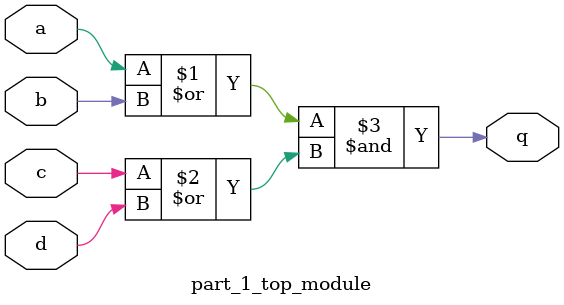
<source format=v>
module part_1_top_module (input a, input b, input c, input d, output q);
assign q = (a | b) & (c | d) ;
endmodule
</source>
